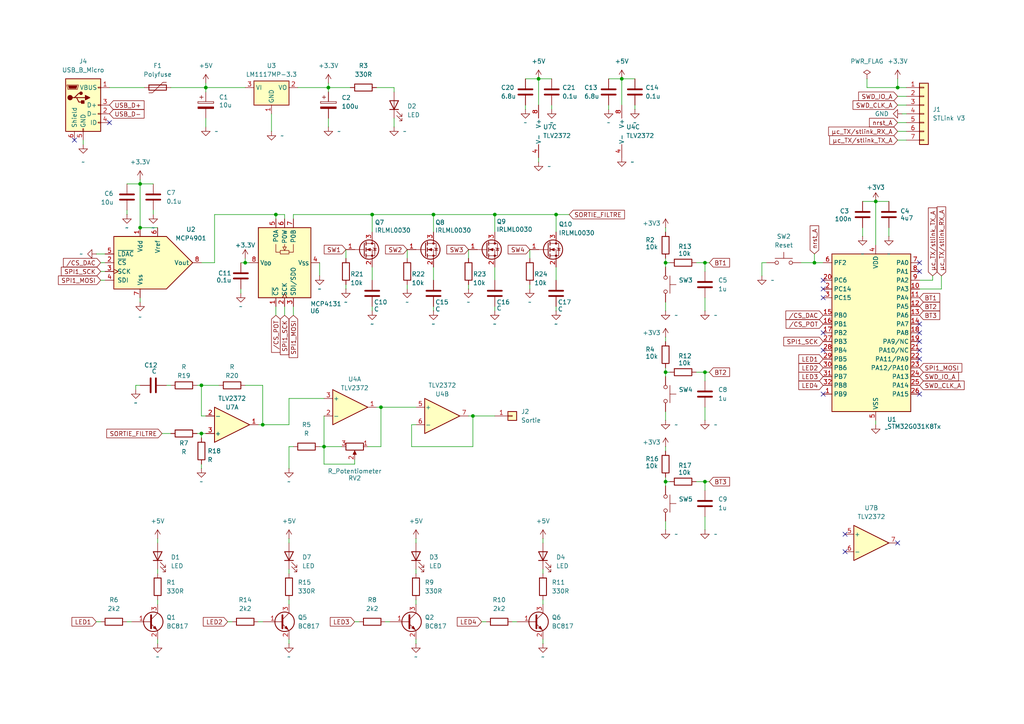
<source format=kicad_sch>
(kicad_sch (version 20231120) (generator "eeschema") (generator_version "8.0")
  (paper "A4")
  (lib_symbols
    (symbol "Amplifier_Operational:TLV2372" (pin_names (offset 0.127))
      (property "Reference" "U" (at 0 5.08 0))
      (property "Value" "TLV2372" (at 0 -5.08 0))
      (symbol "TLV2372_1_1"
        (pin output line (at 7.62 0 180) (length 2.54) (name "~") (number "1"))
        (pin input line (at -7.62 -2.54 0) (length 2.54) (name "-") (number "2"))
        (pin input line (at -7.62 2.54 0) (length 2.54) (name "+") (number "3"))
      )
      (symbol "TLV2372_2_1"
        (pin input line (at -7.62 2.54 0) (length 2.54) (name "+") (number "5"))
        (pin input line (at -7.62 -2.54 0) (length 2.54) (name "-") (number "6"))
        (pin output line (at 7.62 0 180) (length 2.54) (name "~") (number "7"))
      )
      (symbol "TLV2372_3_1"
        (pin power_in line (at -2.54 -7.62 90) (length 3.81) (name "V-") (number "4"))
        (pin power_in line (at -2.54 7.62 270) (length 3.81) (name "V+") (number "8"))
      )
    )
    (symbol "Analog_DAC:MCP4901" (pin_names (offset 1.016))
      (property "Reference" "U" (at 6.35 10.795 0))
      (property "Value" "MCP4901" (at 6.35 8.89 0))
      (symbol "MCP4901_1_1"
        (pin power_in line (at 0 10.16 270) (length 2.54) (name "Vdd") (number "1"))
        (pin input line (at -10.16 0 0) (length 2.54) (name "~{CS}") (number "2"))
        (pin input clock (at -10.16 -2.54 0) (length 2.54) (name "SCK") (number "3"))
        (pin input line (at -10.16 -5.08 0) (length 2.54) (name "SDI") (number "4"))
        (pin input line (at -10.16 2.54 0) (length 2.54) (name "~{LDAC}") (number "5"))
        (pin power_in line (at 5.08 10.16 270) (length 2.54) (name "Vref") (number "6"))
        (pin power_in line (at 0 -10.16 90) (length 2.54) (name "Vss") (number "7"))
        (pin output line (at 17.78 0 180) (length 2.54) (name "Vout") (number "8"))
      )
    )
    (symbol "Connector:USB_B_Micro" (pin_names (offset 1.016))
      (property "Reference" "J" (at -5.08 11.43 0))
      (property "Value" "USB_B_Micro" (at -5.08 8.89 0))
      (symbol "USB_B_Micro_1_1"
        (pin power_out line (at 7.62 5.08 180) (length 2.54) (name "VBUS") (number "1"))
        (pin bidirectional line (at 7.62 -2.54 180) (length 2.54) (name "D-") (number "2"))
        (pin bidirectional line (at 7.62 0 180) (length 2.54) (name "D+") (number "3"))
        (pin passive line (at 7.62 -5.08 180) (length 2.54) (name "ID") (number "4"))
        (pin power_out line (at 0 -10.16 90) (length 2.54) (name "GND") (number "5"))
        (pin passive line (at -2.54 -10.16 90) (length 2.54) (name "Shield") (number "6"))
      )
    )
    (symbol "Connector_Generic:Conn_01x01" (pin_names (offset 1.016) hide)
      (property "Reference" "J" (at 0 2.54 0))
      (property "Value" "Conn_01x01" (at 0 -2.54 0))
      (symbol "Conn_01x01_1_1"
        (pin passive line (at -5.08 0 0) (length 3.81) (name "Pin_1") (number "1"))
      )
    )
    (symbol "Connector_Generic:Conn_01x07" (pin_names (offset 1.016) hide)
      (property "Reference" "J" (at 0 10.16 0))
      (property "Value" "Conn_01x07" (at 0 -10.16 0))
      (symbol "Conn_01x07_1_1"
        (pin passive line (at -5.08 7.62 0) (length 3.81) (name "Pin_1") (number "1"))
        (pin passive line (at -5.08 5.08 0) (length 3.81) (name "Pin_2") (number "2"))
        (pin passive line (at -5.08 2.54 0) (length 3.81) (name "Pin_3") (number "3"))
        (pin passive line (at -5.08 0 0) (length 3.81) (name "Pin_4") (number "4"))
        (pin passive line (at -5.08 -2.54 0) (length 3.81) (name "Pin_5") (number "5"))
        (pin passive line (at -5.08 -5.08 0) (length 3.81) (name "Pin_6") (number "6"))
        (pin passive line (at -5.08 -7.62 0) (length 3.81) (name "Pin_7") (number "7"))
      )
    )
    (symbol "Device:C" (pin_numbers hide) (pin_names (offset 0.254))
      (property "Reference" "C" (at 0.635 2.54 0))
      (property "Value" "C" (at 0.635 -2.54 0))
      (symbol "C_1_1"
        (pin passive line (at 0 3.81 270) (length 2.794) (name "~") (number "1"))
        (pin passive line (at 0 -3.81 90) (length 2.794) (name "~") (number "2"))
      )
    )
    (symbol "Device:C_Polarized" (pin_numbers hide) (pin_names (offset 0.254))
      (property "Reference" "C" (at 0.635 2.54 0))
      (property "Value" "C_Polarized" (at 0.635 -2.54 0))
      (symbol "C_Polarized_1_1"
        (pin passive line (at 0 3.81 270) (length 2.794) (name "~") (number "1"))
        (pin passive line (at 0 -3.81 90) (length 2.794) (name "~") (number "2"))
      )
    )
    (symbol "Device:LED" (pin_numbers hide) (pin_names (offset 1.016) hide)
      (property "Reference" "D" (at 0 2.54 0))
      (property "Value" "LED" (at 0 -2.54 0))
      (symbol "LED_1_1"
        (pin passive line (at -3.81 0 0) (length 2.54) (name "K") (number "1"))
        (pin passive line (at 3.81 0 180) (length 2.54) (name "A") (number "2"))
      )
    )
    (symbol "Device:Polyfuse" (pin_numbers hide) (pin_names (offset 0))
      (property "Reference" "F" (at -2.54 0 90))
      (property "Value" "Polyfuse" (at 2.54 0 90))
      (symbol "Polyfuse_1_1"
        (pin passive line (at 0 3.81 270) (length 1.27) (name "~") (number "1"))
        (pin passive line (at 0 -3.81 90) (length 1.27) (name "~") (number "2"))
      )
    )
    (symbol "Device:R" (pin_numbers hide) (pin_names (offset 0))
      (property "Reference" "R" (at 2.032 0 90))
      (property "Value" "R" (at 0 0 90))
      (symbol "R_1_1"
        (pin passive line (at 0 3.81 270) (length 1.27) (name "~") (number "1"))
        (pin passive line (at 0 -3.81 90) (length 1.27) (name "~") (number "2"))
      )
    )
    (symbol "Device:R_Potentiometer" (pin_names (offset 1.016) hide)
      (property "Reference" "RV" (at -4.445 0 90))
      (property "Value" "R_Potentiometer" (at -2.54 0 90))
      (symbol "R_Potentiometer_1_1"
        (pin passive line (at 0 3.81 270) (length 1.27) (name "1") (number "1"))
        (pin passive line (at 3.81 0 180) (length 1.27) (name "2") (number "2"))
        (pin passive line (at 0 -3.81 90) (length 1.27) (name "3") (number "3"))
      )
    )
    (symbol "MCU_ST_STM32G0:STM32G031K8Tx"
      (property "Reference" "U" (at -10.16 24.13 0))
      (property "Value" "STM32G031K8Tx" (at 5.08 24.13 0))
      (symbol "STM32G031K8Tx_1_1"
        (pin bidirectional line (at -12.7 -17.78 0) (length 2.54) (name "PB9") (number "1"))
        (pin bidirectional line (at 15.24 12.7 180) (length 2.54) (name "PA3") (number "10"))
        (pin bidirectional line (at 15.24 10.16 180) (length 2.54) (name "PA4") (number "11"))
        (pin bidirectional line (at 15.24 7.62 180) (length 2.54) (name "PA5") (number "12"))
        (pin bidirectional line (at 15.24 5.08 180) (length 2.54) (name "PA6") (number "13"))
        (pin bidirectional line (at 15.24 2.54 180) (length 2.54) (name "PA7") (number "14"))
        (pin bidirectional line (at -12.7 5.08 0) (length 2.54) (name "PB0") (number "15"))
        (pin bidirectional line (at -12.7 2.54 0) (length 2.54) (name "PB1") (number "16"))
        (pin bidirectional line (at -12.7 0 0) (length 2.54) (name "PB2") (number "17"))
        (pin bidirectional line (at 15.24 0 180) (length 2.54) (name "PA8") (number "18"))
        (pin bidirectional line (at 15.24 -2.54 180) (length 2.54) (name "PA9/NC") (number "19"))
        (pin bidirectional line (at -12.7 12.7 0) (length 2.54) (name "PC14") (number "2"))
        (pin bidirectional line (at -12.7 15.24 0) (length 2.54) (name "PC6") (number "20"))
        (pin bidirectional line (at 15.24 -5.08 180) (length 2.54) (name "PA10/NC") (number "21"))
        (pin bidirectional line (at 15.24 -7.62 180) (length 2.54) (name "PA11/PA9") (number "22"))
        (pin bidirectional line (at 15.24 -10.16 180) (length 2.54) (name "PA12/PA10") (number "23"))
        (pin bidirectional line (at 15.24 -12.7 180) (length 2.54) (name "PA13") (number "24"))
        (pin bidirectional line (at 15.24 -15.24 180) (length 2.54) (name "PA14") (number "25"))
        (pin bidirectional line (at 15.24 -17.78 180) (length 2.54) (name "PA15") (number "26"))
        (pin bidirectional line (at -12.7 -2.54 0) (length 2.54) (name "PB3") (number "27"))
        (pin bidirectional line (at -12.7 -5.08 0) (length 2.54) (name "PB4") (number "28"))
        (pin bidirectional line (at -12.7 -7.62 0) (length 2.54) (name "PB5") (number "29"))
        (pin bidirectional line (at -12.7 10.16 0) (length 2.54) (name "PC15") (number "3"))
        (pin bidirectional line (at -12.7 -10.16 0) (length 2.54) (name "PB6") (number "30"))
        (pin bidirectional line (at -12.7 -12.7 0) (length 2.54) (name "PB7") (number "31"))
        (pin bidirectional line (at -12.7 -15.24 0) (length 2.54) (name "PB8") (number "32"))
        (pin power_in line (at 2.54 25.4 270) (length 2.54) (name "VDD") (number "4"))
        (pin power_in line (at 2.54 -25.4 90) (length 2.54) (name "VSS") (number "5"))
        (pin bidirectional line (at -12.7 20.32 0) (length 2.54) (name "PF2") (number "6"))
        (pin bidirectional line (at 15.24 20.32 180) (length 2.54) (name "PA0") (number "7"))
        (pin bidirectional line (at 15.24 17.78 180) (length 2.54) (name "PA1") (number "8"))
        (pin bidirectional line (at 15.24 15.24 180) (length 2.54) (name "PA2") (number "9"))
      )
    )
    (symbol "Potentiometer_Digital:MCP4131-xxxx-P"
      (property "Reference" "U" (at 2.54 11.43 0))
      (property "Value" "MCP4131-xxxx-P" (at 2.54 8.89 0))
      (symbol "MCP4131-xxxx-P_0_0"
        (pin input line (at -12.7 2.54 0) (length 2.54) (name "~{CS}") (number "1"))
        (pin input clock (at -12.7 0 0) (length 2.54) (name "SCK") (number "2"))
        (pin bidirectional line (at -12.7 -2.54 0) (length 2.54) (name "SDI/SDO") (number "3"))
        (pin power_in line (at 0 -10.16 90) (length 2.54) (name "V_{SS}") (number "4"))
        (pin passive line (at 12.7 2.54 180) (length 2.54) (name "P0A") (number "5"))
        (pin passive line (at 12.7 0 180) (length 2.54) (name "P0W") (number "6"))
        (pin passive line (at 12.7 -2.54 180) (length 2.54) (name "P0B") (number "7"))
        (pin power_in line (at 0 10.16 270) (length 2.54) (name "V_{DD}") (number "8"))
      )
    )
    (symbol "Regulator_Linear:LM1117MP-3.3"
      (property "Reference" "U" (at -3.81 3.175 0))
      (property "Value" "LM1117MP-3.3" (at 0 3.175 0))
      (symbol "LM1117MP-3.3_1_1"
        (pin power_in line (at 0 -7.62 90) (length 2.54) (name "GND") (number "1"))
        (pin power_out line (at 7.62 0 180) (length 2.54) (name "VO") (number "2"))
        (pin power_in line (at -7.62 0 0) (length 2.54) (name "VI") (number "3"))
      )
    )
    (symbol "Switch:SW_Omron_B3FS" (pin_numbers hide) (pin_names (offset 1.016) hide)
      (property "Reference" "SW" (at 1.27 2.54 0))
      (property "Value" "SW_Omron_B3FS" (at 0 -1.524 0))
      (symbol "SW_Omron_B3FS_0_1"
        (pin passive line (at -5.08 0 0) (length 2.54) (name "1") (number "1"))
        (pin passive line (at 5.08 0 180) (length 2.54) (name "2") (number "2"))
      )
    )
    (symbol "Transistor_BJT:BC817" (pin_names (offset 0) hide)
      (property "Reference" "Q" (at 5.08 1.905 0))
      (property "Value" "BC817" (at 5.08 0 0))
      (symbol "BC817_1_1"
        (pin input line (at -5.08 0 0) (length 5.715) (name "B") (number "1"))
        (pin passive line (at 2.54 -5.08 90) (length 2.54) (name "E") (number "2"))
        (pin passive line (at 2.54 5.08 270) (length 2.54) (name "C") (number "3"))
      )
    )
    (symbol "Transistor_FET:IRLML0030" (pin_names hide)
      (property "Reference" "Q" (at 5.08 1.905 0))
      (property "Value" "IRLML0030" (at 5.08 0 0))
      (symbol "IRLML0030_1_1"
        (pin input line (at -5.08 0 0) (length 2.54) (name "G") (number "1"))
        (pin passive line (at 2.54 -5.08 90) (length 2.54) (name "S") (number "2"))
        (pin passive line (at 2.54 5.08 270) (length 2.54) (name "D") (number "3"))
      )
    )
    (symbol "power:+3.3V" (power) (pin_numbers hide) (pin_names (offset 0) hide)
      (property "Value" "+3.3V" (at 0 3.556 0))
      (symbol "+3.3V_1_1"
        (pin power_in line (at 0 0 90) (length 0) (name "~") (number "1"))
      )
    )
    (symbol "power:+3V3" (power) (pin_numbers hide) (pin_names (offset 0) hide)
      (property "Value" "+3V3" (at 0 3.556 0))
      (symbol "+3V3_1_1"
        (pin power_in line (at 0 0 90) (length 0) (name "~") (number "1"))
      )
    )
    (symbol "power:+5V" (power) (pin_numbers hide) (pin_names (offset 0) hide)
      (property "Value" "+5V" (at 0 3.556 0))
      (symbol "+5V_1_1"
        (pin power_in line (at 0 0 90) (length 0) (name "~") (number "1"))
      )
    )
    (symbol "power:GND" (power) (pin_numbers hide) (pin_names (offset 0) hide)
      (property "Value" "GND" (at 0 -3.81 0))
      (symbol "GND_1_1"
        (pin power_in line (at 0 0 270) (length 0) (name "~") (number "1"))
      )
    )
    (symbol "power:PWR_FLAG" (power) (pin_numbers hide) (pin_names (offset 0) hide)
      (property "Value" "PWR_FLAG" (at 0 3.81 0))
      (symbol "PWR_FLAG_0_0"
        (pin power_out line (at 0 0 90) (length 0) (name "~") (number "1"))
      )
    )
  )
  (junction (at 204.47 107.95))
  (junction (at 254 58.42))
  (junction (at 58.42 125.73))
  (junction (at 193.04 107.95))
  (junction (at 137.16 120.65))
  (junction (at 80.01 62.23))
  (junction (at 193.04 76.2))
  (junction (at 156.21 22.86))
  (junction (at 76.2 123.19))
  (junction (at 193.04 139.7))
  (junction (at 95.25 25.4))
  (junction (at 93.98 129.54))
  (junction (at 71.12 76.2))
  (junction (at 58.42 111.76))
  (junction (at 236.22 76.2))
  (junction (at 180.34 22.86))
  (junction (at 40.64 53.34))
  (junction (at 110.49 118.11))
  (junction (at 59.69 25.4))
  (junction (at 40.64 66.04))
  (junction (at 107.95 62.23))
  (junction (at 125.73 62.23))
  (junction (at 143.51 62.23))
  (junction (at 204.47 76.2))
  (junction (at 260.35 25.4))
  (junction (at 204.47 139.7))
  (junction (at 161.29 62.23))
  (no_connect (at 238.76 114.3))
  (no_connect (at 266.7 101.6))
  (no_connect (at 245.11 160.02))
  (no_connect (at 238.76 101.6))
  (no_connect (at 266.7 76.2))
  (no_connect (at 266.7 104.14))
  (no_connect (at 238.76 96.52))
  (no_connect (at 21.59 40.64))
  (no_connect (at 260.35 157.48))
  (no_connect (at 238.76 81.28))
  (no_connect (at 245.11 154.94))
  (no_connect (at 238.76 83.82))
  (no_connect (at 266.7 78.74))
  (no_connect (at 266.7 99.06))
  (no_connect (at 31.75 35.56))
  (no_connect (at 266.7 114.3))
  (no_connect (at 266.7 96.52))
  (no_connect (at 266.7 93.98))
  (no_connect (at 238.76 86.36))
  (wire (pts (xy 180.34 22.86) (xy 184.15 22.86)))
  (wire (pts (xy 40.64 53.34) (xy 40.64 66.04)))
  (wire (pts (xy 153.67 82.55) (xy 153.67 83.82)))
  (wire (pts (xy 143.51 62.23) (xy 161.29 62.23)))
  (wire (pts (xy 204.47 107.95) (xy 205.74 107.95)))
  (wire (pts (xy 135.89 82.55) (xy 135.89 83.82)))
  (wire (pts (xy 36.83 60.96) (xy 36.83 62.23)))
  (wire (pts (xy 92.71 76.2) (xy 92.71 80.01)))
  (wire (pts (xy 148.59 180.34) (xy 149.86 180.34)))
  (wire (pts (xy 85.09 63.5) (xy 85.09 62.23)))
  (wire (pts (xy 83.82 173.99) (xy 83.82 175.26)))
  (wire (pts (xy 118.11 82.55) (xy 118.11 83.82)))
  (wire (pts (xy 157.48 185.42) (xy 157.48 186.69)))
  (wire (pts (xy 59.69 25.4) (xy 71.12 25.4)))
  (wire (pts (xy 120.65 165.1) (xy 120.65 166.37)))
  (wire (pts (xy 125.73 77.47) (xy 125.73 81.28)))
  (wire (pts (xy 39.37 113.03) (xy 39.37 111.76)))
  (wire (pts (xy 83.82 115.57) (xy 93.98 115.57)))
  (wire (pts (xy 66.04 180.34) (xy 67.31 180.34)))
  (wire (pts (xy 107.95 77.47) (xy 107.95 81.28)))
  (wire (pts (xy 193.04 107.95) (xy 194.31 107.95)))
  (wire (pts (xy 114.3 34.29) (xy 114.3 36.83)))
  (wire (pts (xy 93.98 129.54) (xy 93.98 134.62)))
  (wire (pts (xy 201.93 107.95) (xy 204.47 107.95)))
  (wire (pts (xy 95.25 25.4) (xy 95.25 26.67)))
  (wire (pts (xy 69.85 83.82) (xy 69.85 85.09)))
  (wire (pts (xy 58.42 111.76) (xy 58.42 120.65)))
  (wire (pts (xy 204.47 139.7) (xy 204.47 142.24)))
  (wire (pts (xy 161.29 62.23) (xy 161.29 67.31)))
  (wire (pts (xy 45.72 165.1) (xy 45.72 166.37)))
  (wire (pts (xy 59.69 25.4) (xy 59.69 26.67)))
  (wire (pts (xy 86.36 25.4) (xy 95.25 25.4)))
  (wire (pts (xy 58.42 76.2) (xy 62.23 76.2)))
  (wire (pts (xy 273.05 80.01) (xy 273.05 83.82)))
  (wire (pts (xy 139.7 180.34) (xy 140.97 180.34)))
  (wire (pts (xy 58.42 120.65) (xy 59.69 120.65)))
  (wire (pts (xy 193.04 139.7) (xy 194.31 139.7)))
  (wire (pts (xy 236.22 76.2) (xy 238.76 76.2)))
  (wire (pts (xy 157.48 165.1) (xy 157.48 166.37)))
  (wire (pts (xy 143.51 88.9) (xy 143.51 90.17)))
  (wire (pts (xy 109.22 118.11) (xy 110.49 118.11)))
  (wire (pts (xy 62.23 62.23) (xy 80.01 62.23)))
  (wire (pts (xy 193.04 138.43) (xy 193.04 139.7)))
  (wire (pts (xy 49.53 25.4) (xy 59.69 25.4)))
  (wire (pts (xy 29.21 81.28) (xy 30.48 81.28)))
  (wire (pts (xy 180.34 22.86) (xy 180.34 30.48)))
  (wire (pts (xy 137.16 129.54) (xy 137.16 120.65)))
  (wire (pts (xy 27.94 180.34) (xy 29.21 180.34)))
  (wire (pts (xy 156.21 22.86) (xy 156.21 30.48)))
  (wire (pts (xy 260.35 38.1) (xy 262.89 38.1)))
  (wire (pts (xy 83.82 129.54) (xy 83.82 135.89)))
  (wire (pts (xy 193.04 74.93) (xy 193.04 76.2)))
  (wire (pts (xy 95.25 25.4) (xy 101.6 25.4)))
  (wire (pts (xy 260.35 35.56) (xy 262.89 35.56)))
  (wire (pts (xy 193.04 151.13) (xy 193.04 153.67)))
  (wire (pts (xy 157.48 156.21) (xy 157.48 157.48)))
  (wire (pts (xy 59.69 34.29) (xy 59.69 36.83)))
  (wire (pts (xy 204.47 149.86) (xy 204.47 153.67)))
  (wire (pts (xy 260.35 30.48) (xy 262.89 30.48)))
  (wire (pts (xy 40.64 52.07) (xy 40.64 53.34)))
  (wire (pts (xy 270.51 81.28) (xy 270.51 80.01)))
  (wire (pts (xy 59.69 24.13) (xy 59.69 25.4)))
  (wire (pts (xy 118.11 72.39) (xy 118.11 74.93)))
  (wire (pts (xy 71.12 111.76) (xy 76.2 111.76)))
  (wire (pts (xy 184.15 30.48) (xy 184.15 31.75)))
  (wire (pts (xy 262.89 25.4) (xy 260.35 25.4)))
  (wire (pts (xy 120.65 156.21) (xy 120.65 157.48)))
  (wire (pts (xy 107.95 62.23) (xy 125.73 62.23)))
  (wire (pts (xy 83.82 156.21) (xy 83.82 157.48)))
  (wire (pts (xy 110.49 118.11) (xy 120.65 118.11)))
  (wire (pts (xy 40.64 66.04) (xy 45.72 66.04)))
  (wire (pts (xy 204.47 107.95) (xy 204.47 110.49)))
  (wire (pts (xy 273.05 83.82) (xy 266.7 83.82)))
  (wire (pts (xy 232.41 76.2) (xy 236.22 76.2)))
  (wire (pts (xy 48.26 111.76) (xy 49.53 111.76)))
  (wire (pts (xy 254 58.42) (xy 254 71.12)))
  (wire (pts (xy 111.76 180.34) (xy 113.03 180.34)))
  (wire (pts (xy 102.87 133.35) (xy 102.87 134.62)))
  (wire (pts (xy 120.65 123.19) (xy 119.38 123.19)))
  (wire (pts (xy 270.51 81.28) (xy 266.7 81.28)))
  (wire (pts (xy 193.04 76.2) (xy 194.31 76.2)))
  (wire (pts (xy 119.38 123.19) (xy 119.38 129.54)))
  (wire (pts (xy 251.46 25.4) (xy 260.35 25.4)))
  (wire (pts (xy 135.89 72.39) (xy 135.89 74.93)))
  (wire (pts (xy 95.25 34.29) (xy 95.25 36.83)))
  (wire (pts (xy 44.45 60.96) (xy 44.45 62.23)))
  (wire (pts (xy 36.83 180.34) (xy 38.1 180.34)))
  (wire (pts (xy 80.01 62.23) (xy 80.01 63.5)))
  (wire (pts (xy 107.95 62.23) (xy 107.95 67.31)))
  (wire (pts (xy 76.2 111.76) (xy 76.2 123.19)))
  (wire (pts (xy 157.48 173.99) (xy 157.48 175.26)))
  (wire (pts (xy 201.93 139.7) (xy 204.47 139.7)))
  (wire (pts (xy 85.09 129.54) (xy 83.82 129.54)))
  (wire (pts (xy 201.93 76.2) (xy 204.47 76.2)))
  (wire (pts (xy 260.35 27.94) (xy 262.89 27.94)))
  (wire (pts (xy 135.89 120.65) (xy 137.16 120.65)))
  (wire (pts (xy 57.15 111.76) (xy 58.42 111.76)))
  (wire (pts (xy 153.67 72.39) (xy 153.67 74.93)))
  (wire (pts (xy 152.4 22.86) (xy 156.21 22.86)))
  (wire (pts (xy 125.73 62.23) (xy 125.73 67.31)))
  (wire (pts (xy 102.87 180.34) (xy 104.14 180.34)))
  (wire (pts (xy 36.83 53.34) (xy 40.64 53.34)))
  (wire (pts (xy 102.87 134.62) (xy 93.98 134.62)))
  (wire (pts (xy 107.95 88.9) (xy 107.95 90.17)))
  (wire (pts (xy 161.29 62.23) (xy 165.1 62.23)))
  (wire (pts (xy 125.73 62.23) (xy 143.51 62.23)))
  (wire (pts (xy 83.82 165.1) (xy 83.82 166.37)))
  (wire (pts (xy 100.33 82.55) (xy 100.33 83.82)))
  (wire (pts (xy 85.09 62.23) (xy 107.95 62.23)))
  (wire (pts (xy 204.47 139.7) (xy 205.74 139.7)))
  (wire (pts (xy 193.04 76.2) (xy 193.04 77.47)))
  (wire (pts (xy 143.51 77.47) (xy 143.51 81.28)))
  (wire (pts (xy 58.42 125.73) (xy 59.69 125.73)))
  (wire (pts (xy 93.98 120.65) (xy 93.98 129.54)))
  (wire (pts (xy 106.68 129.54) (xy 110.49 129.54)))
  (wire (pts (xy 71.12 76.2) (xy 72.39 76.2)))
  (wire (pts (xy 45.72 173.99) (xy 45.72 175.26)))
  (wire (pts (xy 83.82 123.19) (xy 83.82 115.57)))
  (wire (pts (xy 93.98 129.54) (xy 99.06 129.54)))
  (wire (pts (xy 74.93 180.34) (xy 76.2 180.34)))
  (wire (pts (xy 254 123.19) (xy 254 121.92)))
  (wire (pts (xy 193.04 106.68) (xy 193.04 107.95)))
  (wire (pts (xy 193.04 139.7) (xy 193.04 140.97)))
  (wire (pts (xy 29.21 76.2) (xy 30.48 76.2)))
  (wire (pts (xy 62.23 76.2) (xy 62.23 62.23)))
  (wire (pts (xy 78.74 33.02) (xy 78.74 38.1)))
  (wire (pts (xy 100.33 72.39) (xy 100.33 74.93)))
  (wire (pts (xy 143.51 62.23) (xy 143.51 67.31)))
  (wire (pts (xy 83.82 185.42) (xy 83.82 186.69)))
  (wire (pts (xy 74.93 123.19) (xy 76.2 123.19)))
  (wire (pts (xy 250.19 66.04) (xy 250.19 68.58)))
  (wire (pts (xy 176.53 30.48) (xy 176.53 31.75)))
  (wire (pts (xy 80.01 88.9) (xy 80.01 91.44)))
  (wire (pts (xy 261.62 33.02) (xy 262.89 33.02)))
  (wire (pts (xy 220.98 76.2) (xy 220.98 80.01)))
  (wire (pts (xy 260.35 40.64) (xy 262.89 40.64)))
  (wire (pts (xy 114.3 25.4) (xy 114.3 26.67)))
  (wire (pts (xy 76.2 123.19) (xy 83.82 123.19)))
  (wire (pts (xy 193.04 97.79) (xy 193.04 99.06)))
  (wire (pts (xy 85.09 88.9) (xy 85.09 91.44)))
  (wire (pts (xy 251.46 22.86) (xy 251.46 25.4)))
  (wire (pts (xy 27.94 73.66) (xy 30.48 73.66)))
  (wire (pts (xy 29.21 78.74) (xy 30.48 78.74)))
  (wire (pts (xy 82.55 88.9) (xy 82.55 91.44)))
  (wire (pts (xy 204.47 118.11) (xy 204.47 121.92)))
  (wire (pts (xy 82.55 63.5) (xy 82.55 62.23)))
  (wire (pts (xy 120.65 185.42) (xy 120.65 186.69)))
  (wire (pts (xy 204.47 86.36) (xy 204.47 90.17)))
  (wire (pts (xy 31.75 25.4) (xy 41.91 25.4)))
  (wire (pts (xy 193.04 66.04) (xy 193.04 67.31)))
  (wire (pts (xy 95.25 24.13) (xy 95.25 25.4)))
  (wire (pts (xy 110.49 129.54) (xy 110.49 118.11)))
  (wire (pts (xy 69.85 76.2) (xy 71.12 76.2)))
  (wire (pts (xy 204.47 76.2) (xy 205.74 76.2)))
  (wire (pts (xy 46.99 125.73) (xy 49.53 125.73)))
  (wire (pts (xy 204.47 76.2) (xy 204.47 78.74)))
  (wire (pts (xy 39.37 111.76) (xy 40.64 111.76)))
  (wire (pts (xy 193.04 119.38) (xy 193.04 121.92)))
  (wire (pts (xy 161.29 77.47) (xy 161.29 81.28)))
  (wire (pts (xy 40.64 53.34) (xy 44.45 53.34)))
  (wire (pts (xy 250.19 58.42) (xy 254 58.42)))
  (wire (pts (xy 161.29 88.9) (xy 161.29 90.17)))
  (wire (pts (xy 45.72 185.42) (xy 45.72 186.69)))
  (wire (pts (xy 236.22 73.66) (xy 236.22 76.2)))
  (wire (pts (xy 260.35 25.4) (xy 260.35 22.86)))
  (wire (pts (xy 193.04 107.95) (xy 193.04 109.22)))
  (wire (pts (xy 57.15 125.73) (xy 58.42 125.73)))
  (wire (pts (xy 92.71 129.54) (xy 93.98 129.54)))
  (wire (pts (xy 160.02 30.48) (xy 160.02 31.75)))
  (wire (pts (xy 125.73 88.9) (xy 125.73 90.17)))
  (wire (pts (xy 156.21 45.72) (xy 156.21 46.99)))
  (wire (pts (xy 45.72 156.21) (xy 45.72 157.48)))
  (wire (pts (xy 82.55 62.23) (xy 80.01 62.23)))
  (wire (pts (xy 152.4 30.48) (xy 152.4 31.75)))
  (wire (pts (xy 24.13 40.64) (xy 24.13 41.91)))
  (wire (pts (xy 40.64 86.36) (xy 40.64 87.63)))
  (wire (pts (xy 63.5 111.76) (xy 58.42 111.76)))
  (wire (pts (xy 58.42 125.73) (xy 58.42 127)))
  (wire (pts (xy 257.81 66.04) (xy 257.81 68.58)))
  (wire (pts (xy 193.04 129.54) (xy 193.04 130.81)))
  (wire (pts (xy 156.21 22.86) (xy 160.02 22.86)))
  (wire (pts (xy 137.16 120.65) (xy 143.51 120.65)))
  (wire (pts (xy 193.04 87.63) (xy 193.04 90.17)))
  (wire (pts (xy 58.42 134.62) (xy 58.42 135.89)))
  (wire (pts (xy 222.25 76.2) (xy 220.98 76.2)))
  (wire (pts (xy 176.53 22.86) (xy 180.34 22.86)))
  (wire (pts (xy 120.65 173.99) (xy 120.65 175.26)))
  (wire (pts (xy 254 58.42) (xy 257.81 58.42)))
  (wire (pts (xy 119.38 129.54) (xy 137.16 129.54)))
  (wire (pts (xy 71.12 74.93) (xy 71.12 76.2)))
  (wire (pts (xy 109.22 25.4) (xy 114.3 25.4)))
  (global_label "SW4" (shape input) (at 153.67 72.39 180) (property "Intersheetrefs" "${INTERSHEET_REFS}" (effects (hide yes))))
  (global_label "SPI1_MOSI" (shape input) (at 29.21 81.28 180) (property "Intersheetrefs" "${INTERSHEET_REFS}" (effects (hide yes))))
  (global_label "SPI1_SCK" (shape input) (at 238.76 99.06 180) (property "Intersheetrefs" "${INTERSHEET_REFS}" (effects (hide yes))))
  (global_label "USB_D+" (shape input) (at 31.75 30.48 0) (property "Intersheetrefs" "${INTERSHEET_REFS}" (effects (hide yes))))
  (global_label "SWD_CLK_A" (shape input) (at 260.35 30.48 180) (property "Intersheetrefs" "${INTERSHEET_REFS}" (effects (hide yes))))
  (global_label "SW2" (shape input) (at 118.11 72.39 180) (property "Intersheetrefs" "${INTERSHEET_REFS}" (effects (hide yes))))
  (global_label "SPI1_SCK" (shape input) (at 82.55 91.44 270) (property "Intersheetrefs" "${INTERSHEET_REFS}" (effects (hide yes))))
  (global_label "SWD_IO_A" (shape input) (at 260.35 27.94 180) (property "Intersheetrefs" "${INTERSHEET_REFS}" (effects (hide yes))))
  (global_label "nrst_A" (shape input) (at 260.35 35.56 180) (property "Intersheetrefs" "${INTERSHEET_REFS}" (effects (hide yes))))
  (global_label "SWD_CLK_A" (shape input) (at 266.7 111.76 0) (property "Intersheetrefs" "${INTERSHEET_REFS}" (effects (hide yes))))
  (global_label "USB_D-" (shape input) (at 31.75 33.02 0) (property "Intersheetrefs" "${INTERSHEET_REFS}" (effects (hide yes))))
  (global_label "{slash}CS_DAC" (shape input) (at 238.76 91.44 180) (property "Intersheetrefs" "${INTERSHEET_REFS}" (effects (hide yes))))
  (global_label "BT1" (shape input) (at 205.74 76.2 0) (property "Intersheetrefs" "${INTERSHEET_REFS}" (effects (hide yes))))
  (global_label "µc_TX{slash}stlink_RX_A" (shape input) (at 273.05 80.01 90) (property "Intersheetrefs" "${INTERSHEET_REFS}" (effects (hide yes))))
  (global_label "BT2" (shape input) (at 266.7 88.9 0) (property "Intersheetrefs" "${INTERSHEET_REFS}" (effects (hide yes))))
  (global_label "µc_TX{slash}stlink_TX_A" (shape input) (at 270.51 80.01 90) (property "Intersheetrefs" "${INTERSHEET_REFS}" (effects (hide yes))))
  (global_label "SPI1_MOSI" (shape input) (at 266.7 106.68 0) (property "Intersheetrefs" "${INTERSHEET_REFS}" (effects (hide yes))))
  (global_label "{slash}CS_DAC" (shape input) (at 29.21 76.2 180) (property "Intersheetrefs" "${INTERSHEET_REFS}" (effects (hide yes))))
  (global_label "SW3" (shape input) (at 135.89 72.39 180) (property "Intersheetrefs" "${INTERSHEET_REFS}" (effects (hide yes))))
  (global_label "LED2" (shape input) (at 66.04 180.34 180) (property "Intersheetrefs" "${INTERSHEET_REFS}" (effects (hide yes))))
  (global_label "{slash}CS_POT" (shape input) (at 238.76 93.98 180) (property "Intersheetrefs" "${INTERSHEET_REFS}" (effects (hide yes))))
  (global_label "LED4" (shape input) (at 238.76 111.76 180) (property "Intersheetrefs" "${INTERSHEET_REFS}" (effects (hide yes))))
  (global_label "BT2" (shape input) (at 205.74 107.95 0) (property "Intersheetrefs" "${INTERSHEET_REFS}" (effects (hide yes))))
  (global_label "SORTIE_FILTRE" (shape input) (at 46.99 125.73 180) (property "Intersheetrefs" "${INTERSHEET_REFS}" (effects (hide yes))))
  (global_label "LED4" (shape input) (at 139.7 180.34 180) (property "Intersheetrefs" "${INTERSHEET_REFS}" (effects (hide yes))))
  (global_label "LED2" (shape input) (at 238.76 106.68 180) (property "Intersheetrefs" "${INTERSHEET_REFS}" (effects (hide yes))))
  (global_label "µc_TX{slash}stlink_RX_A" (shape input) (at 260.35 38.1 180) (property "Intersheetrefs" "${INTERSHEET_REFS}" (effects (hide yes))))
  (global_label "SWD_IO_A" (shape input) (at 266.7 109.22 0) (property "Intersheetrefs" "${INTERSHEET_REFS}" (effects (hide yes))))
  (global_label "SW1" (shape input) (at 100.33 72.39 180) (property "Intersheetrefs" "${INTERSHEET_REFS}" (effects (hide yes))))
  (global_label "BT1" (shape input) (at 266.7 86.36 0) (property "Intersheetrefs" "${INTERSHEET_REFS}" (effects (hide yes))))
  (global_label "LED1" (shape input) (at 238.76 104.14 180) (property "Intersheetrefs" "${INTERSHEET_REFS}" (effects (hide yes))))
  (global_label "LED3" (shape input) (at 238.76 109.22 180) (property "Intersheetrefs" "${INTERSHEET_REFS}" (effects (hide yes))))
  (global_label "SORTIE_FILTRE" (shape input) (at 165.1 62.23 0) (property "Intersheetrefs" "${INTERSHEET_REFS}" (effects (hide yes))))
  (global_label "{slash}CS_POT" (shape input) (at 80.01 91.44 270) (property "Intersheetrefs" "${INTERSHEET_REFS}" (effects (hide yes))))
  (global_label "nrst_A" (shape input) (at 236.22 73.66 90) (property "Intersheetrefs" "${INTERSHEET_REFS}" (effects (hide yes))))
  (global_label "LED1" (shape input) (at 27.94 180.34 180) (property "Intersheetrefs" "${INTERSHEET_REFS}" (effects (hide yes))))
  (global_label "BT3" (shape input) (at 205.74 139.7 0) (property "Intersheetrefs" "${INTERSHEET_REFS}" (effects (hide yes))))
  (global_label "SPI1_SCK" (shape input) (at 29.21 78.74 180) (property "Intersheetrefs" "${INTERSHEET_REFS}" (effects (hide yes))))
  (global_label "LED3" (shape input) (at 102.87 180.34 180) (property "Intersheetrefs" "${INTERSHEET_REFS}" (effects (hide yes))))
  (global_label "BT3" (shape input) (at 266.7 91.44 0) (property "Intersheetrefs" "${INTERSHEET_REFS}" (effects (hide yes))))
  (global_label "SPI1_MOSI" (shape input) (at 85.09 91.44 270) (property "Intersheetrefs" "${INTERSHEET_REFS}" (effects (hide yes))))
  (global_label "µc_TX{slash}stlink_TX_A" (shape input) (at 260.35 40.64 180) (property "Intersheetrefs" "${INTERSHEET_REFS}" (effects (hide yes))))
  (symbol (lib_id "Device:R") (at 193.04 71.12 0) (unit 1)
    (property "Reference" "R2" (at 187.198 69.596 0) (effects (justify left)))
    (property "Value" "10k" (at 187.198 71.628 0) (effects (justify left)))
    (property "Description" "Resistor" (effects (hide yes)))
  )
  (symbol (lib_id "Device:C") (at 204.47 114.3 0) (unit 1)
    (property "Reference" "C8" (at 208.28 113.0299 0) (effects (justify left)))
    (property "Value" "1u" (at 208.28 115.5699 0) (effects (justify left)))
    (property "Description" "Unpolarized capacitor" (effects (hide yes)))
  )
  (symbol (lib_id "Device:C") (at 250.19 62.23 0) (unit 1)
    (property "Reference" "C3" (at 243.586 61.214 0) (effects (justify left)))
    (property "Value" "100n" (at 242.062 63.5 0) (effects (justify left)))
    (property "Description" "Unpolarized capacitor" (effects (hide yes)))
  )
  (symbol (lib_id "Device:R") (at 198.12 76.2 270) (unit 1)
    (property "Reference" "R13" (at 196.723 71.501 90) (effects (justify left)))
    (property "Value" "10k" (at 196.723 73.533 90) (effects (justify left)))
    (property "Description" "Resistor" (effects (hide yes)))
  )
  (symbol (lib_id "Transistor_FET:IRLML0030") (at 158.75 72.39 0) (unit 1)
    (property "Reference" "Q10" (at 162.052 65.024 0) (effects (justify left)))
    (property "Value" "IRLML0030" (at 162.052 67.564 0) (effects (justify left)))
    (property "Footprint" "Package_TO_SOT_SMD:SOT-23" (effects (hide yes)))
    (property "Datasheet" "https://www.infineon.com/dgdl/irlml0030pbf.pdf?fileId=5546d462533600a401535664773825df" (effects (hide yes)))
    (property "Description" "5.3A Id, 30V Vds, 27mOhm Rds, N-Channel HEXFET Power MOSFET, SOT-23" (effects (hide yes)))
  )
  (symbol (lib_id "power:GND") (at 45.72 186.69 0) (unit 1)
    (property "Reference" "#PWR019" (effects (hide yes)))
    (property "Value" "~" (at 45.72 190.5 0))
    (property "Description" "Power symbol creates a global label with name \"GND\" , ground" (effects (hide yes)))
  )
  (symbol (lib_id "power:GND") (at 114.3 36.83 0) (unit 1)
    (property "Reference" "#PWR08" (effects (hide yes)))
    (property "Value" "~" (at 116.84 38.1 0) (effects (justify left)))
    (property "Description" "Power symbol creates a global label with name \"GND\" , ground" (effects (hide yes)))
  )
  (symbol (lib_id "power:GND") (at 40.64 87.63 0) (unit 1)
    (property "Reference" "#PWR022" (effects (hide yes)))
    (property "Value" "~" (at 40.64 91.948 0))
    (property "Description" "Power symbol creates a global label with name \"GND\" , ground" (effects (hide yes)))
  )
  (symbol (lib_id "power:+3.3V") (at 40.64 52.07 0) (unit 1)
    (property "Reference" "#PWR023" (effects (hide yes)))
    (property "Value" "+3.3V" (at 40.64 46.99 0))
    (property "Description" "Power symbol creates a global label with name \"+3.3V\"" (effects (hide yes)))
  )
  (symbol (lib_id "power:+3V3") (at 254 58.42 0) (unit 1)
    (property "Reference" "#PWR012" (effects (hide yes)))
    (property "Value" "+3V3" (at 254 54.356 0))
    (property "Description" "Power symbol creates a global label with name \"+3V3\"" (effects (hide yes)))
  )
  (symbol (lib_id "power:GND") (at 160.02 31.75 0) (unit 1)
    (property "Reference" "#PWR060" (effects (hide yes)))
    (property "Value" "~" (at 160.02 35.56 0))
    (property "Description" "Power symbol creates a global label with name \"GND\" , ground" (effects (hide yes)))
  )
  (symbol (lib_id "Device:R") (at 193.04 134.62 0) (unit 1)
    (property "Reference" "R16" (at 187.198 133.096 0) (effects (justify left)))
    (property "Value" "10k" (at 187.198 135.128 0) (effects (justify left)))
    (property "Description" "Resistor" (effects (hide yes)))
  )
  (symbol (lib_id "Potentiometer_Digital:MCP4131-xxxx-P") (at 82.55 76.2 90) (unit 1)
    (property "Reference" "U6" (at 92.71 90.17 90) (effects (justify left)))
    (property "Value" "MCP4131" (at 99.06 88.138 90) (effects (justify left)))
    (property "Footprint" "Package_DIP:DIP-8_W7.62mm" (effects (hide yes)))
    (property "Datasheet" "https://ww1.microchip.com/downloads/aemDocuments/documents/OTH/ProductDocuments/DataSheets/22060b.pdf" (effects (hide yes)))
    (property "Description" "Single Digital Potentiometer, SPI interface, 129 taps, 5/10/50/100 kohm, volatile memory" (effects (hide yes)))
  )
  (symbol (lib_id "Connector_Generic:Conn_01x01") (at 148.59 120.65 0) (unit 1)
    (property "Reference" "J2" (at 151.13 119.3799 0) (effects (justify left)))
    (property "Value" "Sortie" (at 151.13 121.9199 0) (effects (justify left)))
    (property "Description" "Generic connector, single row, 01x01, script generated (kicad-library-utils/schlib/autogen/connector/)" (effects (hide yes)))
  )
  (symbol (lib_id "Device:C") (at 184.15 26.67 0) (unit 1)
    (property "Reference" "C14" (at 187.198 25.4 0) (effects (justify left)))
    (property "Value" "0.1u" (at 187.198 27.94 0) (effects (justify left)))
    (property "Description" "Unpolarized capacitor" (effects (hide yes)))
  )
  (symbol (lib_id "Amplifier_Operational:TLV2372") (at 252.73 157.48 0) (unit 2)
    (property "Reference" "U7" (at 252.73 147.32 0))
    (property "Value" "TLV2372" (at 252.73 149.86 0))
    (property "Datasheet" "http://www.ti.com/lit/ds/symlink/tlv2375.pdf" (effects (hide yes)))
    (property "Description" "Dual Rail-to-Rail Input/Output Operational Amplifier, DIP-8/SOIC-8/VSSOP-8" (effects (hide yes)))
  )
  (symbol (lib_id "power:+3V3") (at 193.04 129.54 0) (unit 1)
    (property "Reference" "#PWR036" (effects (hide yes)))
    (property "Value" "+3V3" (at 188.976 128.27 0))
    (property "Description" "Power symbol creates a global label with name \"+3V3\"" (effects (hide yes)))
  )
  (symbol (lib_id "power:+5V") (at 59.69 24.13 0) (unit 1)
    (property "Reference" "#PWR05" (effects (hide yes)))
    (property "Value" "+5V" (at 59.69 19.05 0))
    (property "Description" "Power symbol creates a global label with name \"+5V\"" (effects (hide yes)))
  )
  (symbol (lib_id "power:GND") (at 193.04 90.17 0) (unit 1)
    (property "Reference" "#PWR07" (effects (hide yes)))
    (property "Value" "~" (at 195.58 91.44 0) (effects (justify left)))
    (property "Description" "Power symbol creates a global label with name \"GND\" , ground" (effects (hide yes)))
  )
  (symbol (lib_id "power:GND") (at 261.62 33.02 270) (unit 1)
    (property "Reference" "#PWR017" (effects (hide yes)))
    (property "Value" "GND" (at 257.81 33.0199 90) (effects (justify right)))
    (property "Description" "Power symbol creates a global label with name \"GND\" , ground" (effects (hide yes)))
  )
  (symbol (lib_id "power:GND") (at 157.48 186.69 0) (unit 1)
    (property "Reference" "#PWR033" (effects (hide yes)))
    (property "Value" "~" (at 157.48 190.5 0))
    (property "Description" "Power symbol creates a global label with name \"GND\" , ground" (effects (hide yes)))
  )
  (symbol (lib_id "Device:R") (at 88.9 129.54 270) (unit 1)
    (property "Reference" "R5" (at 88.9 123.19 90))
    (property "Value" "R" (at 88.9 125.73 90))
    (property "Description" "Resistor" (effects (hide yes)))
  )
  (symbol (lib_id "Device:R") (at 105.41 25.4 90) (unit 1)
    (property "Reference" "R3" (at 105.41 19.05 90))
    (property "Value" "330R" (at 105.41 21.59 90))
    (property "Description" "Resistor" (effects (hide yes)))
  )
  (symbol (lib_id "power:+5V") (at 45.72 156.21 0) (unit 1)
    (property "Reference" "#PWR020" (effects (hide yes)))
    (property "Value" "+5V" (at 45.72 151.13 0))
    (property "Description" "Power symbol creates a global label with name \"+5V\"" (effects (hide yes)))
  )
  (symbol (lib_id "power:GND") (at 156.21 46.99 0) (unit 1)
    (property "Reference" "#PWR049" (effects (hide yes)))
    (property "Value" "~" (at 158.75 48.26 0) (effects (justify left)))
    (property "Description" "Power symbol creates a global label with name \"GND\" , ground" (effects (hide yes)))
  )
  (symbol (lib_id "power:+3V3") (at 193.04 97.79 0) (unit 1)
    (property "Reference" "#PWR014" (effects (hide yes)))
    (property "Value" "+3V3" (at 188.976 96.52 0))
    (property "Description" "Power symbol creates a global label with name \"+3V3\"" (effects (hide yes)))
  )
  (symbol (lib_id "power:+5V") (at 156.21 22.86 0) (unit 1)
    (property "Reference" "#PWR058" (effects (hide yes)))
    (property "Value" "+5V" (at 156.21 17.78 0))
    (property "Description" "Power symbol creates a global label with name \"+5V\"" (effects (hide yes)))
  )
  (symbol (lib_id "Device:R") (at 118.11 78.74 0) (unit 1)
    (property "Reference" "R22" (at 119.38 79.502 0) (effects (justify left)))
    (property "Value" "10k" (at 119.38 82.042 0) (effects (justify left)))
    (property "Description" "Resistor" (effects (hide yes)))
  )
  (symbol (lib_id "MCU_ST_STM32G0:STM32G031K8Tx") (at 251.46 96.52 0) (unit 1)
    (property "Reference" "U1" (at 257.302 121.666 0) (effects (justify left)))
    (property "Value" "STM32G031K8Tx" (at 257.302 123.698 0) (effects (justify left)))
    (property "Footprint" "Package_QFP:LQFP-32_7x7mm_P0.8mm" (effects (hide yes)))
    (property "Datasheet" "https://www.st.com/resource/en/datasheet/stm32g031k8.pdf" (effects (hide yes)))
    (property "Description" "STMicroelectronics Arm Cortex-M0+ MCU, 64KB flash, 8KB RAM, 64 MHz, 1.7-3.6V, 30 GPIO, LQFP32" (effects (hide yes)))
  )
  (symbol (lib_id "Device:R") (at 144.78 180.34 270) (unit 1)
    (property "Reference" "R10" (at 144.78 173.99 90))
    (property "Value" "2k2" (at 144.78 176.53 90))
    (property "Description" "Resistor" (effects (hide yes)))
  )
  (symbol (lib_id "power:GND") (at 180.34 45.72 0) (unit 1)
    (property "Reference" "#PWR045" (effects (hide yes)))
    (property "Value" "~" (at 182.88 46.99 0) (effects (justify left)))
    (property "Description" "Power symbol creates a global label with name \"GND\" , ground" (effects (hide yes)))
  )
  (symbol (lib_id "Device:R") (at 100.33 78.74 0) (unit 1)
    (property "Reference" "R21" (at 101.6 79.502 0) (effects (justify left)))
    (property "Value" "10k" (at 101.6 82.042 0) (effects (justify left)))
    (property "Description" "Resistor" (effects (hide yes)))
  )
  (symbol (lib_id "Device:C") (at 160.02 26.67 0) (unit 1)
    (property "Reference" "C21" (at 163.068 25.4 0) (effects (justify left)))
    (property "Value" "0.1u" (at 163.068 27.94 0) (effects (justify left)))
    (property "Description" "Unpolarized capacitor" (effects (hide yes)))
  )
  (symbol (lib_id "power:GND") (at 220.98 80.01 0) (unit 1)
    (property "Reference" "#PWR015" (effects (hide yes)))
    (property "Value" "~" (at 223.52 81.28 0) (effects (justify left)))
    (property "Description" "Power symbol creates a global label with name \"GND\" , ground" (effects (hide yes)))
  )
  (symbol (lib_id "power:+3.3V") (at 71.12 74.93 0) (unit 1)
    (property "Reference" "#PWR046" (effects (hide yes)))
    (property "Value" "+3.3V" (at 71.12 71.12 0))
    (property "Description" "Power symbol creates a global label with name \"+3.3V\"" (effects (hide yes)))
  )
  (symbol (lib_id "Device:LED") (at 45.72 161.29 90) (unit 1)
    (property "Reference" "D1" (at 49.53 161.6074 90) (effects (justify right)))
    (property "Value" "LED" (at 49.53 164.1474 90) (effects (justify right)))
    (property "Description" "Light emitting diode" (effects (hide yes)))
  )
  (symbol (lib_id "Device:C") (at 44.45 57.15 0) (unit 1)
    (property "Reference" "C7" (at 48.26 55.8799 0) (effects (justify left)))
    (property "Value" "0.1u" (at 48.26 58.4199 0) (effects (justify left)))
    (property "Description" "Unpolarized capacitor" (effects (hide yes)))
  )
  (symbol (lib_id "Device:R") (at 198.12 139.7 270) (unit 1)
    (property "Reference" "R17" (at 196.723 135.001 90) (effects (justify left)))
    (property "Value" "10k" (at 196.723 137.033 90) (effects (justify left)))
    (property "Description" "Resistor" (effects (hide yes)))
  )
  (symbol (lib_id "Switch:SW_Omron_B3FS") (at 227.33 76.2 0) (unit 1)
    (property "Reference" "SW2" (at 227.33 68.58 0))
    (property "Value" "Reset" (at 227.33 71.12 0))
    (property "Datasheet" "https://omronfs.omron.com/en_US/ecb/products/pdf/en-b3fs.pdf" (effects (hide yes)))
    (property "Description" "Omron B3FS 6x6mm single pole normally-open tactile switch" (effects (hide yes)))
  )
  (symbol (lib_id "Device:C_Polarized") (at 59.69 30.48 0) (unit 1)
    (property "Reference" "C1" (at 63.5 28.194 0) (effects (justify left)))
    (property "Value" "10u" (at 63.5 30.48 0) (effects (justify left)))
    (property "Description" "Polarized capacitor" (effects (hide yes)))
  )
  (symbol (lib_id "Device:C") (at 44.45 111.76 270) (unit 1)
    (property "Reference" "C12" (at 45.72 105.918 90) (effects (justify right)))
    (property "Value" "C" (at 45.466 107.696 90) (effects (justify right)))
    (property "Description" "Unpolarized capacitor" (effects (hide yes)))
  )
  (symbol (lib_id "Device:C") (at 143.51 85.09 0) (unit 1)
    (property "Reference" "C16" (at 144.018 87.63 0) (effects (justify left)))
    (property "Value" "C" (at 144.018 89.4079 0) (effects (justify left)))
    (property "Description" "Unpolarized capacitor" (effects (hide yes)))
  )
  (symbol (lib_id "Transistor_FET:IRLML0030") (at 140.97 72.39 0) (unit 1)
    (property "Reference" "Q9" (at 144.018 64.262 0) (effects (justify left)))
    (property "Value" "IRLML0030" (at 144.018 66.548 0) (effects (justify left)))
    (property "Footprint" "Package_TO_SOT_SMD:SOT-23" (effects (hide yes)))
    (property "Datasheet" "https://www.infineon.com/dgdl/irlml0030pbf.pdf?fileId=5546d462533600a401535664773825df" (effects (hide yes)))
    (property "Description" "5.3A Id, 30V Vds, 27mOhm Rds, N-Channel HEXFET Power MOSFET, SOT-23" (effects (hide yes)))
  )
  (symbol (lib_id "Amplifier_Operational:TLV2372") (at 182.88 38.1 0) (unit 3)
    (property "Reference" "U4" (at 181.61 36.8299 0) (effects (justify left)))
    (property "Value" "TLV2372" (at 181.61 39.3699 0) (effects (justify left)))
    (property "Datasheet" "http://www.ti.com/lit/ds/symlink/tlv2375.pdf" (effects (hide yes)))
    (property "Description" "Dual Rail-to-Rail Input/Output Operational Amplifier, DIP-8/SOIC-8/VSSOP-8" (effects (hide yes)))
  )
  (symbol (lib_id "Device:R") (at 120.65 170.18 180) (unit 1)
    (property "Reference" "R9" (at 123.19 168.9099 0) (effects (justify right)))
    (property "Value" "330R" (at 123.19 171.4499 0) (effects (justify right)))
    (property "Description" "Resistor" (effects (hide yes)))
  )
  (symbol (lib_id "Device:R") (at 193.04 102.87 0) (unit 1)
    (property "Reference" "R4" (at 187.198 101.346 0) (effects (justify left)))
    (property "Value" "10k" (at 187.198 103.378 0) (effects (justify left)))
    (property "Description" "Resistor" (effects (hide yes)))
  )
  (symbol (lib_id "power:GND") (at 69.85 85.09 0) (unit 1)
    (property "Reference" "#PWR048" (effects (hide yes)))
    (property "Value" "~" (at 69.85 88.9 0))
    (property "Description" "Power symbol creates a global label with name \"GND\" , ground" (effects (hide yes)))
  )
  (symbol (lib_id "Device:C") (at 36.83 57.15 0) (unit 1)
    (property "Reference" "C6" (at 30.226 56.134 0) (effects (justify left)))
    (property "Value" "10u" (at 29.21 58.674 0) (effects (justify left)))
    (property "Description" "Unpolarized capacitor" (effects (hide yes)))
  )
  (symbol (lib_id "Device:R") (at 83.82 170.18 180) (unit 1)
    (property "Reference" "R15" (at 86.36 168.9099 0) (effects (justify right)))
    (property "Value" "330R" (at 86.36 171.4499 0) (effects (justify right)))
    (property "Description" "Resistor" (effects (hide yes)))
  )
  (symbol (lib_id "power:+5V") (at 120.65 156.21 0) (unit 1)
    (property "Reference" "#PWR025" (effects (hide yes)))
    (property "Value" "+5V" (at 120.65 151.13 0))
    (property "Description" "Power symbol creates a global label with name \"+5V\"" (effects (hide yes)))
  )
  (symbol (lib_id "Connector_Generic:Conn_01x07") (at 267.97 33.02 0) (unit 1)
    (property "Reference" "J1" (at 270.51 31.7499 0) (effects (justify left)))
    (property "Value" "STLink V3" (at 270.51 34.2899 0) (effects (justify left)))
    (property "Description" "Generic connector, single row, 01x07, script generated (kicad-library-utils/schlib/autogen/connector/)" (effects (hide yes)))
  )
  (symbol (lib_id "Device:R") (at 71.12 180.34 270) (unit 1)
    (property "Reference" "R14" (at 71.12 173.99 90))
    (property "Value" "2k2" (at 71.12 176.53 90))
    (property "Description" "Resistor" (effects (hide yes)))
  )
  (symbol (lib_id "power:GND") (at 204.47 90.17 0) (unit 1)
    (property "Reference" "#PWR037" (effects (hide yes)))
    (property "Value" "~" (at 207.01 91.44 0) (effects (justify left)))
    (property "Description" "Power symbol creates a global label with name \"GND\" , ground" (effects (hide yes)))
  )
  (symbol (lib_id "power:GND") (at 184.15 31.75 0) (unit 1)
    (property "Reference" "#PWR043" (effects (hide yes)))
    (property "Value" "~" (at 184.15 35.56 0))
    (property "Description" "Power symbol creates a global label with name \"GND\" , ground" (effects (hide yes)))
  )
  (symbol (lib_id "power:GND") (at 193.04 153.67 0) (unit 1)
    (property "Reference" "#PWR038" (effects (hide yes)))
    (property "Value" "~" (at 195.58 154.94 0) (effects (justify left)))
    (property "Description" "Power symbol creates a global label with name \"GND\" , ground" (effects (hide yes)))
  )
  (symbol (lib_id "power:PWR_FLAG") (at 251.46 22.86 0) (unit 1)
    (property "Reference" "#FLG01" (effects (hide yes)))
    (property "Value" "PWR_FLAG" (at 251.46 17.78 0))
    (property "Description" "Special symbol for telling ERC where power comes from" (effects (hide yes)))
  )
  (symbol (lib_id "Switch:SW_Omron_B3FS") (at 193.04 114.3 270) (unit 1)
    (property "Reference" "SW4" (at 196.85 113.0299 90) (effects (justify left)))
    (property "Value" "SW_Omron_B3FS" (effects (hide yes)))
    (property "Datasheet" "https://omronfs.omron.com/en_US/ecb/products/pdf/en-b3fs.pdf" (effects (hide yes)))
    (property "Description" "Omron B3FS 6x6mm single pole normally-open tactile switch" (effects (hide yes)))
  )
  (symbol (lib_id "power:GND") (at 24.13 41.91 0) (unit 1)
    (property "Reference" "#PWR09" (effects (hide yes)))
    (property "Value" "~" (at 24.13 46.99 0))
    (property "Description" "Power symbol creates a global label with name \"GND\" , ground" (effects (hide yes)))
  )
  (symbol (lib_id "power:GND") (at 176.53 31.75 0) (unit 1)
    (property "Reference" "#PWR042" (effects (hide yes)))
    (property "Value" "~" (at 176.53 35.56 0))
    (property "Description" "Power symbol creates a global label with name \"GND\" , ground" (effects (hide yes)))
  )
  (symbol (lib_id "power:GND") (at 204.47 121.92 0) (unit 1)
    (property "Reference" "#PWR035" (effects (hide yes)))
    (property "Value" "~" (at 207.01 123.19 0) (effects (justify left)))
    (property "Description" "Power symbol creates a global label with name \"GND\" , ground" (effects (hide yes)))
  )
  (symbol (lib_id "power:GND") (at 92.71 80.01 0) (unit 1)
    (property "Reference" "#PWR041" (effects (hide yes)))
    (property "Value" "~" (at 92.71 83.82 0))
    (property "Description" "Power symbol creates a global label with name \"GND\" , ground" (effects (hide yes)))
  )
  (symbol (lib_id "Device:LED") (at 114.3 30.48 90) (unit 1)
    (property "Reference" "D2" (at 118.11 30.7974 90) (effects (justify right)))
    (property "Value" "LED" (at 118.11 33.3374 90) (effects (justify right)))
    (property "Description" "Light emitting diode" (effects (hide yes)))
  )
  (symbol (lib_id "Analog_DAC:MCP4901") (at 40.64 76.2 0) (unit 1)
    (property "Reference" "U2" (at 55.372 66.548 0))
    (property "Value" "MCP4901" (at 55.372 69.088 0))
    (property "Datasheet" "http://ww1.microchip.com/downloads/en/DeviceDoc/22248a.pdf" (effects (hide yes)))
    (property "Description" "8-Bit D/A Converters with SPI Interface" (effects (hide yes)))
  )
  (symbol (lib_id "power:+5V") (at 157.48 156.21 0) (unit 1)
    (property "Reference" "#PWR029" (effects (hide yes)))
    (property "Value" "+5V" (at 157.48 151.13 0))
    (property "Description" "Power symbol creates a global label with name \"+5V\"" (effects (hide yes)))
  )
  (symbol (lib_id "power:+3V3") (at 193.04 66.04 0) (unit 1)
    (property "Reference" "#PWR03" (effects (hide yes)))
    (property "Value" "+3V3" (at 188.976 64.77 0))
    (property "Description" "Power symbol creates a global label with name \"+3V3\"" (effects (hide yes)))
  )
  (symbol (lib_id "Amplifier_Operational:TLV2372") (at 101.6 118.11 0) (unit 1)
    (property "Reference" "U4" (at 102.87 109.982 0))
    (property "Value" "TLV2372" (at 102.87 112.522 0))
    (property "Datasheet" "http://www.ti.com/lit/ds/symlink/tlv2375.pdf" (effects (hide yes)))
    (property "Description" "Dual Rail-to-Rail Input/Output Operational Amplifier, DIP-8/SOIC-8/VSSOP-8" (effects (hide yes)))
  )
  (symbol (lib_id "Device:C") (at 176.53 26.67 0) (unit 1)
    (property "Reference" "C13" (at 169.418 25.4 0) (effects (justify left)))
    (property "Value" "6.8u" (at 169.418 27.94 0) (effects (justify left)))
    (property "Description" "Unpolarized capacitor" (effects (hide yes)))
  )
  (symbol (lib_id "power:GND") (at 161.29 90.17 0) (unit 1)
    (property "Reference" "#PWR052" (effects (hide yes)))
    (property "Value" "~" (at 161.29 93.98 0))
    (property "Description" "Power symbol creates a global label with name \"GND\" , ground" (effects (hide yes)))
  )
  (symbol (lib_id "power:GND") (at 204.47 153.67 0) (unit 1)
    (property "Reference" "#PWR039" (effects (hide yes)))
    (property "Value" "~" (at 207.01 154.94 0) (effects (justify left)))
    (property "Description" "Power symbol creates a global label with name \"GND\" , ground" (effects (hide yes)))
  )
  (symbol (lib_id "power:GND") (at 143.51 90.17 0) (unit 1)
    (property "Reference" "#PWR051" (effects (hide yes)))
    (property "Value" "~" (at 143.51 93.98 0))
    (property "Description" "Power symbol creates a global label with name \"GND\" , ground" (effects (hide yes)))
  )
  (symbol (lib_id "Transistor_BJT:BC817") (at 43.18 180.34 0) (unit 1)
    (property "Reference" "Q1" (at 48.26 179.0699 0) (effects (justify left)))
    (property "Value" "BC817" (at 48.26 181.6099 0) (effects (justify left)))
    (property "Footprint" "Package_TO_SOT_SMD:SOT-23" (effects (hide yes)))
    (property "Datasheet" "https://www.onsemi.com/pub/Collateral/BC818-D.pdf" (effects (hide yes)))
    (property "Description" "0.8A Ic, 45V Vce, NPN Transistor, SOT-23" (effects (hide yes)))
  )
  (symbol (lib_id "Device:C_Polarized") (at 95.25 30.48 0) (unit 1)
    (property "Reference" "C2" (at 99.06 28.3209 0) (effects (justify left)))
    (property "Value" "100u" (at 99.06 30.8609 0) (effects (justify left)))
    (property "Description" "Polarized capacitor" (effects (hide yes)))
  )
  (symbol (lib_id "Device:R") (at 53.34 125.73 90) (unit 1)
    (property "Reference" "R7" (at 53.34 128.524 90))
    (property "Value" "R" (at 53.34 131.064 90))
    (property "Description" "Resistor" (effects (hide yes)))
  )
  (symbol (lib_id "power:GND") (at 95.25 36.83 0) (unit 1)
    (property "Reference" "#PWR01" (effects (hide yes)))
    (property "Value" "~" (at 97.79 38.1 0) (effects (justify left)))
    (property "Description" "Power symbol creates a global label with name \"GND\" , ground" (effects (hide yes)))
  )
  (symbol (lib_id "Device:R") (at 67.31 111.76 270) (unit 1)
    (property "Reference" "R20" (at 67.31 108.966 90))
    (property "Value" "R" (at 67.31 106.426 90))
    (property "Description" "Resistor" (effects (hide yes)))
  )
  (symbol (lib_id "power:GND") (at 250.19 68.58 0) (unit 1)
    (property "Reference" "#PWR011" (effects (hide yes)))
    (property "Value" "~" (at 250.19 73.66 0))
    (property "Description" "Power symbol creates a global label with name \"GND\" , ground" (effects (hide yes)))
  )
  (symbol (lib_id "Device:C") (at 107.95 85.09 0) (unit 1)
    (property "Reference" "C10" (at 108.458 87.63 0) (effects (justify left)))
    (property "Value" "C" (at 108.458 89.6619 0) (effects (justify left)))
    (property "Description" "Unpolarized capacitor" (effects (hide yes)))
  )
  (symbol (lib_id "Device:LED") (at 83.82 161.29 90) (unit 1)
    (property "Reference" "D7" (at 87.63 161.6074 90) (effects (justify right)))
    (property "Value" "LED" (at 87.63 164.1474 90) (effects (justify right)))
    (property "Description" "Light emitting diode" (effects (hide yes)))
  )
  (symbol (lib_id "Transistor_FET:IRLML0030") (at 123.19 72.39 0) (unit 1)
    (property "Reference" "Q8" (at 126.238 64.516 0) (effects (justify left)))
    (property "Value" "IRLML0030" (at 126.238 66.802 0) (effects (justify left)))
    (property "Footprint" "Package_TO_SOT_SMD:SOT-23" (effects (hide yes)))
    (property "Datasheet" "https://www.infineon.com/dgdl/irlml0030pbf.pdf?fileId=5546d462533600a401535664773825df" (effects (hide yes)))
    (property "Description" "5.3A Id, 30V Vds, 27mOhm Rds, N-Channel HEXFET Power MOSFET, SOT-23" (effects (hide yes)))
  )
  (symbol (lib_id "power:GND") (at 125.73 90.17 0) (unit 1)
    (property "Reference" "#PWR050" (effects (hide yes)))
    (property "Value" "~" (at 125.73 93.98 0))
    (property "Description" "Power symbol creates a global label with name \"GND\" , ground" (effects (hide yes)))
  )
  (symbol (lib_id "Switch:SW_Omron_B3FS") (at 193.04 146.05 270) (unit 1)
    (property "Reference" "SW5" (at 196.85 144.7799 90) (effects (justify left)))
    (property "Value" "SW_Omron_B3FS" (effects (hide yes)))
    (property "Datasheet" "https://omronfs.omron.com/en_US/ecb/products/pdf/en-b3fs.pdf" (effects (hide yes)))
    (property "Description" "Omron B3FS 6x6mm single pole normally-open tactile switch" (effects (hide yes)))
  )
  (symbol (lib_id "Amplifier_Operational:TLV2372") (at 158.75 38.1 0) (unit 3)
    (property "Reference" "U7" (at 157.48 36.8299 0) (effects (justify left)))
    (property "Value" "TLV2372" (at 157.48 39.3699 0) (effects (justify left)))
    (property "Datasheet" "http://www.ti.com/lit/ds/symlink/tlv2375.pdf" (effects (hide yes)))
    (property "Description" "Dual Rail-to-Rail Input/Output Operational Amplifier, DIP-8/SOIC-8/VSSOP-8" (effects (hide yes)))
  )
  (symbol (lib_id "power:GND") (at 83.82 135.89 0) (unit 1)
    (property "Reference" "#PWR057" (effects (hide yes)))
    (property "Value" "~" (at 83.82 139.7 0))
    (property "Description" "Power symbol creates a global label with name \"GND\" , ground" (effects (hide yes)))
  )
  (symbol (lib_id "Device:C") (at 161.29 85.09 0) (unit 1)
    (property "Reference" "C17" (at 161.798 87.63 0) (effects (justify left)))
    (property "Value" "C" (at 161.798 89.6619 0) (effects (justify left)))
    (property "Description" "Unpolarized capacitor" (effects (hide yes)))
  )
  (symbol (lib_id "Device:C") (at 257.81 62.23 0) (unit 1)
    (property "Reference" "C4" (at 261.112 61.214 0) (effects (justify left)))
    (property "Value" "4u7" (at 261.112 63.246 0) (effects (justify left)))
    (property "Description" "Unpolarized capacitor" (effects (hide yes)))
  )
  (symbol (lib_id "power:GND") (at 58.42 135.89 0) (unit 1)
    (property "Reference" "#PWR040" (effects (hide yes)))
    (property "Value" "~" (at 58.42 139.7 0))
    (property "Description" "Power symbol creates a global label with name \"GND\" , ground" (effects (hide yes)))
  )
  (symbol (lib_id "Transistor_BJT:BC817") (at 154.94 180.34 0) (unit 1)
    (property "Reference" "Q6" (at 160.02 179.0699 0) (effects (justify left)))
    (property "Value" "BC817" (at 160.02 181.6099 0) (effects (justify left)))
    (property "Footprint" "Package_TO_SOT_SMD:SOT-23" (effects (hide yes)))
    (property "Datasheet" "https://www.onsemi.com/pub/Collateral/BC818-D.pdf" (effects (hide yes)))
    (property "Description" "0.8A Ic, 45V Vce, NPN Transistor, SOT-23" (effects (hide yes)))
  )
  (symbol (lib_id "Device:R_Potentiometer") (at 102.87 129.54 270) (unit 1)
    (property "Reference" "RV2" (at 102.87 138.684 90))
    (property "Value" "R_Potentiometer" (at 102.87 136.652 90))
    (property "Description" "Potentiometer" (effects (hide yes)))
  )
  (symbol (lib_id "power:GND") (at 135.89 83.82 0) (unit 1)
    (property "Reference" "#PWR061" (effects (hide yes)))
    (property "Value" "~" (at 135.89 87.63 0))
    (property "Description" "Power symbol creates a global label with name \"GND\" , ground" (effects (hide yes)))
  )
  (symbol (lib_id "power:+5V") (at 83.82 156.21 0) (unit 1)
    (property "Reference" "#PWR021" (effects (hide yes)))
    (property "Value" "+5V" (at 83.82 151.13 0))
    (property "Description" "Power symbol creates a global label with name \"+5V\"" (effects (hide yes)))
  )
  (symbol (lib_id "Transistor_FET:IRLML0030") (at 105.41 72.39 0) (unit 1)
    (property "Reference" "Q7" (at 108.712 64.516 0) (effects (justify left)))
    (property "Value" "IRLML0030" (at 108.712 66.802 0) (effects (justify left)))
    (property "Footprint" "Package_TO_SOT_SMD:SOT-23" (effects (hide yes)))
    (property "Datasheet" "https://www.infineon.com/dgdl/irlml0030pbf.pdf?fileId=5546d462533600a401535664773825df" (effects (hide yes)))
    (property "Description" "5.3A Id, 30V Vds, 27mOhm Rds, N-Channel HEXFET Power MOSFET, SOT-23" (effects (hide yes)))
  )
  (symbol (lib_id "power:GND") (at 59.69 36.83 0) (unit 1)
    (property "Reference" "#PWR04" (effects (hide yes)))
    (property "Value" "~" (at 62.23 38.1 0) (effects (justify left)))
    (property "Description" "Power symbol creates a global label with name \"GND\" , ground" (effects (hide yes)))
  )
  (symbol (lib_id "power:+5V") (at 180.34 22.86 0) (unit 1)
    (property "Reference" "#PWR044" (effects (hide yes)))
    (property "Value" "+5V" (at 180.34 17.78 0))
    (property "Description" "Power symbol creates a global label with name \"+5V\"" (effects (hide yes)))
  )
  (symbol (lib_id "power:GND") (at 193.04 121.92 0) (unit 1)
    (property "Reference" "#PWR034" (effects (hide yes)))
    (property "Value" "~" (at 195.58 123.19 0) (effects (justify left)))
    (property "Description" "Power symbol creates a global label with name \"GND\" , ground" (effects (hide yes)))
  )
  (symbol (lib_id "power:GND") (at 152.4 31.75 0) (unit 1)
    (property "Reference" "#PWR059" (effects (hide yes)))
    (property "Value" "~" (at 152.4 35.56 0))
    (property "Description" "Power symbol creates a global label with name \"GND\" , ground" (effects (hide yes)))
  )
  (symbol (lib_id "Transistor_BJT:BC817") (at 118.11 180.34 0) (unit 1)
    (property "Reference" "Q2" (at 123.19 179.0699 0) (effects (justify left)))
    (property "Value" "BC817" (at 123.19 181.6099 0) (effects (justify left)))
    (property "Footprint" "Package_TO_SOT_SMD:SOT-23" (effects (hide yes)))
    (property "Datasheet" "https://www.onsemi.com/pub/Collateral/BC818-D.pdf" (effects (hide yes)))
    (property "Description" "0.8A Ic, 45V Vce, NPN Transistor, SOT-23" (effects (hide yes)))
  )
  (symbol (lib_id "power:GND") (at 36.83 62.23 0) (unit 1)
    (property "Reference" "#PWR027" (effects (hide yes)))
    (property "Value" "~" (at 36.83 66.04 0))
    (property "Description" "Power symbol creates a global label with name \"GND\" , ground" (effects (hide yes)))
  )
  (symbol (lib_id "Device:R") (at 33.02 180.34 270) (unit 1)
    (property "Reference" "R6" (at 33.02 173.99 90))
    (property "Value" "2k2" (at 33.02 176.53 90))
    (property "Description" "Resistor" (effects (hide yes)))
  )
  (symbol (lib_id "Device:R") (at 198.12 107.95 270) (unit 1)
    (property "Reference" "R12" (at 196.723 103.251 90) (effects (justify left)))
    (property "Value" "10k" (at 196.723 105.283 90) (effects (justify left)))
    (property "Description" "Resistor" (effects (hide yes)))
  )
  (symbol (lib_id "power:GND") (at 100.33 83.82 0) (unit 1)
    (property "Reference" "#PWR010" (effects (hide yes)))
    (property "Value" "~" (at 100.33 87.63 0))
    (property "Description" "Power symbol creates a global label with name \"GND\" , ground" (effects (hide yes)))
  )
  (symbol (lib_id "power:GND") (at 83.82 186.69 0) (unit 1)
    (property "Reference" "#PWR024" (effects (hide yes)))
    (property "Value" "~" (at 83.82 190.5 0))
    (property "Description" "Power symbol creates a global label with name \"GND\" , ground" (effects (hide yes)))
  )
  (symbol (lib_id "power:GND") (at 78.74 38.1 0) (unit 1)
    (property "Reference" "#PWR02" (effects (hide yes)))
    (property "Value" "~" (at 81.28 39.37 0) (effects (justify left)))
    (property "Description" "Power symbol creates a global label with name \"GND\" , ground" (effects (hide yes)))
  )
  (symbol (lib_id "Device:C") (at 69.85 80.01 180) (unit 1)
    (property "Reference" "C11" (at 63.246 79.248 0) (effects (justify right)))
    (property "Value" "0.1u" (at 62.738 81.28 0) (effects (justify right)))
    (property "Description" "Unpolarized capacitor" (effects (hide yes)))
  )
  (symbol (lib_id "power:+3.3V") (at 95.25 24.13 0) (unit 1)
    (property "Reference" "#PWR06" (effects (hide yes)))
    (property "Value" "+3.3V" (at 95.25 19.05 0))
    (property "Description" "Power symbol creates a global label with name \"+3.3V\"" (effects (hide yes)))
  )
  (symbol (lib_id "power:GND") (at 27.94 73.66 270) (unit 1)
    (property "Reference" "#PWR030" (effects (hide yes)))
    (property "Value" "~" (at 24.13 73.66 90) (effects (justify right)))
    (property "Description" "Power symbol creates a global label with name \"GND\" , ground" (effects (hide yes)))
  )
  (symbol (lib_id "Amplifier_Operational:TLV2372") (at 67.31 123.19 0) (mirror x) (unit 1)
    (property "Reference" "U7" (at 67.31 118.11 0))
    (property "Value" "TLV2372" (at 67.31 115.57 0))
    (property "Datasheet" "http://www.ti.com/lit/ds/symlink/tlv2375.pdf" (effects (hide yes)))
    (property "Description" "Dual Rail-to-Rail Input/Output Operational Amplifier, DIP-8/SOIC-8/VSSOP-8" (effects (hide yes)))
  )
  (symbol (lib_id "Device:C") (at 152.4 26.67 0) (unit 1)
    (property "Reference" "C20" (at 145.288 25.4 0) (effects (justify left)))
    (property "Value" "6.8u" (at 145.288 27.94 0) (effects (justify left)))
    (property "Description" "Unpolarized capacitor" (effects (hide yes)))
  )
  (symbol (lib_id "Device:C") (at 204.47 82.55 0) (unit 1)
    (property "Reference" "C5" (at 208.28 81.2799 0) (effects (justify left)))
    (property "Value" "1u" (at 208.28 83.8199 0) (effects (justify left)))
    (property "Description" "Unpolarized capacitor" (effects (hide yes)))
  )
  (symbol (lib_id "Device:R") (at 135.89 78.74 0) (unit 1)
    (property "Reference" "R23" (at 137.16 79.502 0) (effects (justify left)))
    (property "Value" "10k" (at 137.16 82.042 0) (effects (justify left)))
    (property "Description" "Resistor" (effects (hide yes)))
  )
  (symbol (lib_id "Connector:USB_B_Micro") (at 24.13 30.48 0) (unit 1)
    (property "Reference" "J4" (at 24.13 17.78 0))
    (property "Value" "USB_B_Micro" (at 24.13 20.32 0))
    (property "Description" "USB Micro Type B connector" (effects (hide yes)))
  )
  (symbol (lib_id "Device:R") (at 45.72 170.18 180) (unit 1)
    (property "Reference" "R1" (at 48.26 168.9099 0) (effects (justify right)))
    (property "Value" "330R" (at 48.26 171.4499 0) (effects (justify right)))
    (property "Description" "Resistor" (effects (hide yes)))
  )
  (symbol (lib_id "power:GND") (at 120.65 186.69 0) (unit 1)
    (property "Reference" "#PWR026" (effects (hide yes)))
    (property "Value" "~" (at 120.65 190.5 0))
    (property "Description" "Power symbol creates a global label with name \"GND\" , ground" (effects (hide yes)))
  )
  (symbol (lib_id "power:GND") (at 257.81 68.58 0) (unit 1)
    (property "Reference" "#PWR031" (effects (hide yes)))
    (property "Value" "~" (at 257.81 73.66 0))
    (property "Description" "Power symbol creates a global label with name \"GND\" , ground" (effects (hide yes)))
  )
  (symbol (lib_id "power:GND") (at 254 123.19 0) (unit 1)
    (property "Reference" "#PWR013" (effects (hide yes)))
    (property "Value" "~" (at 256.54 124.46 0) (effects (justify left)))
    (property "Description" "Power symbol creates a global label with name \"GND\" , ground" (effects (hide yes)))
  )
  (symbol (lib_id "Device:Polyfuse") (at 45.72 25.4 90) (unit 1)
    (property "Reference" "F1" (at 45.72 19.05 90))
    (property "Value" "Polyfuse" (at 45.72 21.59 90))
    (property "Description" "Resettable fuse, polymeric positive temperature coefficient" (effects (hide yes)))
  )
  (symbol (lib_id "Device:R") (at 53.34 111.76 270) (unit 1)
    (property "Reference" "R19" (at 53.34 108.966 90))
    (property "Value" "R" (at 53.34 106.426 90))
    (property "Description" "Resistor" (effects (hide yes)))
  )
  (symbol (lib_id "Amplifier_Operational:TLV2372") (at 128.27 120.65 0) (unit 2)
    (property "Reference" "U4" (at 128.27 114.3 0))
    (property "Value" "TLV2372" (at 128.27 111.76 0))
    (property "Datasheet" "http://www.ti.com/lit/ds/symlink/tlv2375.pdf" (effects (hide yes)))
    (property "Description" "Dual Rail-to-Rail Input/Output Operational Amplifier, DIP-8/SOIC-8/VSSOP-8" (effects (hide yes)))
  )
  (symbol (lib_id "Regulator_Linear:LM1117MP-3.3") (at 78.74 25.4 0) (unit 1)
    (property "Reference" "U3" (at 78.74 19.05 0))
    (property "Value" "LM1117MP-3.3" (at 78.74 21.59 0))
    (property "Footprint" "Package_TO_SOT_SMD:SOT-223-3_TabPin2" (effects (hide yes)))
    (property "Datasheet" "http://www.ti.com/lit/ds/symlink/lm1117.pdf" (effects (hide yes)))
    (property "Description" "800mA Low-Dropout Linear Regulator, 3.3V fixed output, SOT-223" (effects (hide yes)))
  )
  (symbol (lib_id "power:GND") (at 118.11 83.82 0) (unit 1)
    (property "Reference" "#PWR032" (effects (hide yes)))
    (property "Value" "~" (at 118.11 87.63 0))
    (property "Description" "Power symbol creates a global label with name \"GND\" , ground" (effects (hide yes)))
  )
  (symbol (lib_id "Device:R") (at 157.48 170.18 180) (unit 1)
    (property "Reference" "R11" (at 160.02 168.9099 0) (effects (justify right)))
    (property "Value" "330R" (at 160.02 171.4499 0) (effects (justify right)))
    (property "Description" "Resistor" (effects (hide yes)))
  )
  (symbol (lib_id "Device:LED") (at 120.65 161.29 90) (unit 1)
    (property "Reference" "D3" (at 124.46 161.6074 90) (effects (justify right)))
    (property "Value" "LED" (at 124.46 164.1474 90) (effects (justify right)))
    (property "Description" "Light emitting diode" (effects (hide yes)))
  )
  (symbol (lib_id "Device:C") (at 204.47 146.05 0) (unit 1)
    (property "Reference" "C9" (at 208.28 144.7799 0) (effects (justify left)))
    (property "Value" "1u" (at 208.28 147.3199 0) (effects (justify left)))
    (property "Description" "Unpolarized capacitor" (effects (hide yes)))
  )
  (symbol (lib_id "Transistor_BJT:BC817") (at 81.28 180.34 0) (unit 1)
    (property "Reference" "Q5" (at 86.36 179.0699 0) (effects (justify left)))
    (property "Value" "BC817" (at 86.36 181.6099 0) (effects (justify left)))
    (property "Footprint" "Package_TO_SOT_SMD:SOT-23" (effects (hide yes)))
    (property "Datasheet" "https://www.onsemi.com/pub/Collateral/BC818-D.pdf" (effects (hide yes)))
    (property "Description" "0.8A Ic, 45V Vce, NPN Transistor, SOT-23" (effects (hide yes)))
  )
  (symbol (lib_id "Device:R") (at 58.42 130.81 180) (unit 1)
    (property "Reference" "R18" (at 60.198 130.81 0) (effects (justify right)))
    (property "Value" "R" (at 60.198 133.35 0) (effects (justify right)))
    (property "Description" "Resistor" (effects (hide yes)))
  )
  (symbol (lib_id "Device:R") (at 153.67 78.74 0) (unit 1)
    (property "Reference" "R24" (at 154.94 79.502 0) (effects (justify left)))
    (property "Value" "10k" (at 154.94 82.042 0) (effects (justify left)))
    (property "Description" "Resistor" (effects (hide yes)))
  )
  (symbol (lib_id "Device:C") (at 125.73 85.09 0) (unit 1)
    (property "Reference" "C15" (at 126.238 87.63 0) (effects (justify left)))
    (property "Value" "C" (at 126.238 89.6619 0) (effects (justify left)))
    (property "Description" "Unpolarized capacitor" (effects (hide yes)))
  )
  (symbol (lib_id "power:GND") (at 44.45 62.23 0) (unit 1)
    (property "Reference" "#PWR028" (effects (hide yes)))
    (property "Value" "~" (at 44.45 66.04 0))
    (property "Description" "Power symbol creates a global label with name \"GND\" , ground" (effects (hide yes)))
  )
  (symbol (lib_id "power:GND") (at 107.95 90.17 0) (unit 1)
    (property "Reference" "#PWR018" (effects (hide yes)))
    (property "Value" "~" (at 107.95 93.98 0))
    (property "Description" "Power symbol creates a global label with name \"GND\" , ground" (effects (hide yes)))
  )
  (symbol (lib_id "Device:R") (at 107.95 180.34 270) (unit 1)
    (property "Reference" "R8" (at 107.95 173.99 90))
    (property "Value" "2k2" (at 107.95 176.53 90))
    (property "Description" "Resistor" (effects (hide yes)))
  )
  (symbol (lib_id "Switch:SW_Omron_B3FS") (at 193.04 82.55 270) (unit 1)
    (property "Reference" "SW3" (at 196.85 81.2799 90) (effects (justify left)))
    (property "Value" "SW_Omron_B3FS" (effects (hide yes)))
    (property "Datasheet" "https://omronfs.omron.com/en_US/ecb/products/pdf/en-b3fs.pdf" (effects (hide yes)))
    (property "Description" "Omron B3FS 6x6mm single pole normally-open tactile switch" (effects (hide yes)))
  )
  (symbol (lib_id "power:GND") (at 39.37 113.03 0) (unit 1)
    (property "Reference" "#PWR047" (effects (hide yes)))
    (property "Value" "~" (at 39.37 116.84 0))
    (property "Description" "Power symbol creates a global label with name \"GND\" , ground" (effects (hide yes)))
  )
  (symbol (lib_id "power:+3.3V") (at 260.35 22.86 0) (unit 1)
    (property "Reference" "#PWR016" (effects (hide yes)))
    (property "Value" "+3.3V" (at 260.35 17.78 0))
    (property "Description" "Power symbol creates a global label with name \"+3.3V\"" (effects (hide yes)))
  )
  (symbol (lib_id "power:GND") (at 153.67 83.82 0) (unit 1)
    (property "Reference" "#PWR062" (effects (hide yes)))
    (property "Value" "~" (at 153.67 87.63 0))
    (property "Description" "Power symbol creates a global label with name \"GND\" , ground" (effects (hide yes)))
  )
  (symbol (lib_id "Device:LED") (at 157.48 161.29 90) (unit 1)
    (property "Reference" "D4" (at 161.29 161.6074 90) (effects (justify right)))
    (property "Value" "LED" (at 161.29 164.1474 90) (effects (justify right)))
    (property "Description" "Light emitting diode" (effects (hide yes)))
  )
)
</source>
